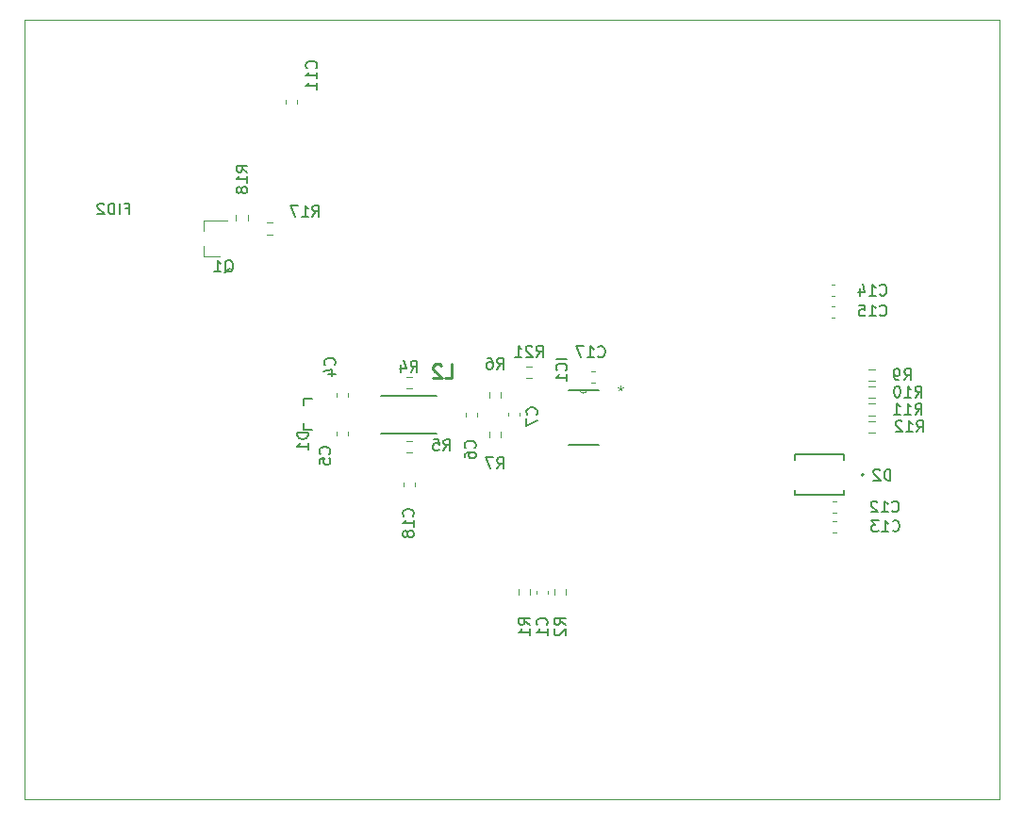
<source format=gbr>
%TF.GenerationSoftware,KiCad,Pcbnew,(5.1.8)-1*%
%TF.CreationDate,2020-12-02T11:58:54+01:00*%
%TF.ProjectId,Board,426f6172-642e-46b6-9963-61645f706362,rev?*%
%TF.SameCoordinates,PX253b400PY7a67730*%
%TF.FileFunction,Legend,Bot*%
%TF.FilePolarity,Positive*%
%FSLAX46Y46*%
G04 Gerber Fmt 4.6, Leading zero omitted, Abs format (unit mm)*
G04 Created by KiCad (PCBNEW (5.1.8)-1) date 2020-12-02 11:58:54*
%MOMM*%
%LPD*%
G01*
G04 APERTURE LIST*
%TA.AperFunction,Profile*%
%ADD10C,0.050000*%
%TD*%
%ADD11C,0.120000*%
%ADD12C,0.127000*%
%ADD13C,0.200000*%
%ADD14C,0.152400*%
%ADD15C,0.100000*%
%ADD16C,0.203200*%
%ADD17C,0.150000*%
%ADD18C,0.254000*%
%ADD19C,0.015000*%
G04 APERTURE END LIST*
D10*
X0Y70000000D02*
X0Y0D01*
X87500000Y70000000D02*
X0Y70000000D01*
X87500000Y0D02*
X87500000Y70000000D01*
X0Y0D02*
X87500000Y0D01*
D11*
X34000000Y28443767D02*
X34000000Y28151233D01*
X35020000Y28443767D02*
X35020000Y28151233D01*
X50888733Y37400000D02*
X51181267Y37400000D01*
X50888733Y38420000D02*
X51181267Y38420000D01*
X45528224Y37831500D02*
X45018776Y37831500D01*
X45528224Y38876500D02*
X45018776Y38876500D01*
X18967500Y51997776D02*
X18967500Y52507224D01*
X20012500Y51997776D02*
X20012500Y52507224D01*
X21752776Y51792500D02*
X22262224Y51792500D01*
X21752776Y50747500D02*
X22262224Y50747500D01*
X76314724Y32937500D02*
X75805276Y32937500D01*
X76314724Y33982500D02*
X75805276Y33982500D01*
X76314724Y34487500D02*
X75805276Y34487500D01*
X76314724Y35532500D02*
X75805276Y35532500D01*
X76314724Y36037500D02*
X75805276Y36037500D01*
X76314724Y37082500D02*
X75805276Y37082500D01*
X76314724Y37587500D02*
X75805276Y37587500D01*
X76314724Y38632500D02*
X75805276Y38632500D01*
X42771500Y33020724D02*
X42771500Y32511276D01*
X41726500Y33020724D02*
X41726500Y32511276D01*
X42771500Y36600224D02*
X42771500Y36090776D01*
X41726500Y36600224D02*
X41726500Y36090776D01*
X34792224Y31127500D02*
X34282776Y31127500D01*
X34792224Y32172500D02*
X34282776Y32172500D01*
X34747224Y36877500D02*
X34237776Y36877500D01*
X34747224Y37922500D02*
X34237776Y37922500D01*
X48572500Y18862224D02*
X48572500Y18352776D01*
X47527500Y18862224D02*
X47527500Y18352776D01*
X44317500Y18352776D02*
X44317500Y18862224D01*
X45362500Y18352776D02*
X45362500Y18862224D01*
X72458733Y44300000D02*
X72751267Y44300000D01*
X72458733Y43280000D02*
X72751267Y43280000D01*
X72458733Y46210000D02*
X72751267Y46210000D01*
X72458733Y45190000D02*
X72751267Y45190000D01*
X72581733Y24980000D02*
X72874267Y24980000D01*
X72581733Y23960000D02*
X72874267Y23960000D01*
X72874267Y25750000D02*
X72581733Y25750000D01*
X72874267Y26770000D02*
X72581733Y26770000D01*
X23420000Y62513733D02*
X23420000Y62806267D01*
X24440000Y62513733D02*
X24440000Y62806267D01*
X43430000Y34431233D02*
X43430000Y34723767D01*
X44450000Y34431233D02*
X44450000Y34723767D01*
X40600000Y34690267D02*
X40600000Y34397733D01*
X39580000Y34690267D02*
X39580000Y34397733D01*
X28020000Y32723733D02*
X28020000Y33016267D01*
X29040000Y32723733D02*
X29040000Y33016267D01*
X28000000Y36173733D02*
X28000000Y36466267D01*
X29020000Y36173733D02*
X29020000Y36466267D01*
X46960000Y18753767D02*
X46960000Y18461233D01*
X45940000Y18753767D02*
X45940000Y18461233D01*
D12*
X37002000Y36244000D02*
X32002000Y36244000D01*
X37002000Y32844000D02*
X32002000Y32844000D01*
D11*
X16050000Y48810000D02*
X17510000Y48810000D01*
X16050000Y51970000D02*
X18210000Y51970000D01*
X16050000Y51970000D02*
X16050000Y51040000D01*
X16050000Y48810000D02*
X16050000Y49740000D01*
D12*
X69140000Y27760000D02*
X69140000Y27327500D01*
X69140000Y30952500D02*
X69140000Y30520000D01*
X73540000Y27760000D02*
X73540000Y27327500D01*
X73540000Y30952500D02*
X73540000Y30520000D01*
X73540000Y27327500D02*
X69140000Y27327500D01*
X69140000Y30952500D02*
X73540000Y30952500D01*
D13*
X75340000Y29140000D02*
G75*
G03*
X75340000Y29140000I-100000J0D01*
G01*
D14*
X50478600Y36779200D02*
X51545400Y36779200D01*
X49869000Y36779200D02*
X50478600Y36779200D01*
X48802200Y36779200D02*
X49869000Y36779200D01*
X51545400Y31800800D02*
X48802200Y31800800D01*
D15*
X49869000Y36779200D02*
G75*
G03*
X50478600Y36779200I304800J0D01*
G01*
D16*
X25010000Y35410000D02*
X25010000Y36010000D01*
X25010000Y36010000D02*
X25810000Y36010000D01*
X25010000Y33810000D02*
X25010000Y33210000D01*
X25010000Y33210000D02*
X25810000Y33210000D01*
D17*
X9071428Y53071429D02*
X9404761Y53071429D01*
X9404761Y52547620D02*
X9404761Y53547620D01*
X8928571Y53547620D01*
X8547619Y52547620D02*
X8547619Y53547620D01*
X8071428Y52547620D02*
X8071428Y53547620D01*
X7833333Y53547620D01*
X7690476Y53500000D01*
X7595238Y53404762D01*
X7547619Y53309524D01*
X7500000Y53119048D01*
X7500000Y52976191D01*
X7547619Y52785715D01*
X7595238Y52690477D01*
X7690476Y52595239D01*
X7833333Y52547620D01*
X8071428Y52547620D01*
X7119047Y53452381D02*
X7071428Y53500000D01*
X6976190Y53547620D01*
X6738095Y53547620D01*
X6642857Y53500000D01*
X6595238Y53452381D01*
X6547619Y53357143D01*
X6547619Y53261905D01*
X6595238Y53119048D01*
X7166666Y52547620D01*
X6547619Y52547620D01*
X34857142Y25442858D02*
X34904761Y25490477D01*
X34952380Y25633334D01*
X34952380Y25728572D01*
X34904761Y25871429D01*
X34809523Y25966667D01*
X34714285Y26014286D01*
X34523809Y26061905D01*
X34380952Y26061905D01*
X34190476Y26014286D01*
X34095238Y25966667D01*
X34000000Y25871429D01*
X33952380Y25728572D01*
X33952380Y25633334D01*
X34000000Y25490477D01*
X34047619Y25442858D01*
X34952380Y24490477D02*
X34952380Y25061905D01*
X34952380Y24776191D02*
X33952380Y24776191D01*
X34095238Y24871429D01*
X34190476Y24966667D01*
X34238095Y25061905D01*
X34380952Y23919048D02*
X34333333Y24014286D01*
X34285714Y24061905D01*
X34190476Y24109524D01*
X34142857Y24109524D01*
X34047619Y24061905D01*
X34000000Y24014286D01*
X33952380Y23919048D01*
X33952380Y23728572D01*
X34000000Y23633334D01*
X34047619Y23585715D01*
X34142857Y23538096D01*
X34190476Y23538096D01*
X34285714Y23585715D01*
X34333333Y23633334D01*
X34380952Y23728572D01*
X34380952Y23919048D01*
X34428571Y24014286D01*
X34476190Y24061905D01*
X34571428Y24109524D01*
X34761904Y24109524D01*
X34857142Y24061905D01*
X34904761Y24014286D01*
X34952380Y23919048D01*
X34952380Y23728572D01*
X34904761Y23633334D01*
X34857142Y23585715D01*
X34761904Y23538096D01*
X34571428Y23538096D01*
X34476190Y23585715D01*
X34428571Y23633334D01*
X34380952Y23728572D01*
X51492857Y39792858D02*
X51540476Y39745239D01*
X51683333Y39697620D01*
X51778571Y39697620D01*
X51921428Y39745239D01*
X52016666Y39840477D01*
X52064285Y39935715D01*
X52111904Y40126191D01*
X52111904Y40269048D01*
X52064285Y40459524D01*
X52016666Y40554762D01*
X51921428Y40650000D01*
X51778571Y40697620D01*
X51683333Y40697620D01*
X51540476Y40650000D01*
X51492857Y40602381D01*
X50540476Y39697620D02*
X51111904Y39697620D01*
X50826190Y39697620D02*
X50826190Y40697620D01*
X50921428Y40554762D01*
X51016666Y40459524D01*
X51111904Y40411905D01*
X50207142Y40697620D02*
X49540476Y40697620D01*
X49969047Y39697620D01*
X45942857Y39747620D02*
X46276190Y40223810D01*
X46514285Y39747620D02*
X46514285Y40747620D01*
X46133333Y40747620D01*
X46038095Y40700000D01*
X45990476Y40652381D01*
X45942857Y40557143D01*
X45942857Y40414286D01*
X45990476Y40319048D01*
X46038095Y40271429D01*
X46133333Y40223810D01*
X46514285Y40223810D01*
X45561904Y40652381D02*
X45514285Y40700000D01*
X45419047Y40747620D01*
X45180952Y40747620D01*
X45085714Y40700000D01*
X45038095Y40652381D01*
X44990476Y40557143D01*
X44990476Y40461905D01*
X45038095Y40319048D01*
X45609523Y39747620D01*
X44990476Y39747620D01*
X44038095Y39747620D02*
X44609523Y39747620D01*
X44323809Y39747620D02*
X44323809Y40747620D01*
X44419047Y40604762D01*
X44514285Y40509524D01*
X44609523Y40461905D01*
X20002380Y56342858D02*
X19526190Y56676191D01*
X20002380Y56914286D02*
X19002380Y56914286D01*
X19002380Y56533334D01*
X19050000Y56438096D01*
X19097619Y56390477D01*
X19192857Y56342858D01*
X19335714Y56342858D01*
X19430952Y56390477D01*
X19478571Y56438096D01*
X19526190Y56533334D01*
X19526190Y56914286D01*
X20002380Y55390477D02*
X20002380Y55961905D01*
X20002380Y55676191D02*
X19002380Y55676191D01*
X19145238Y55771429D01*
X19240476Y55866667D01*
X19288095Y55961905D01*
X19430952Y54819048D02*
X19383333Y54914286D01*
X19335714Y54961905D01*
X19240476Y55009524D01*
X19192857Y55009524D01*
X19097619Y54961905D01*
X19050000Y54914286D01*
X19002380Y54819048D01*
X19002380Y54628572D01*
X19050000Y54533334D01*
X19097619Y54485715D01*
X19192857Y54438096D01*
X19240476Y54438096D01*
X19335714Y54485715D01*
X19383333Y54533334D01*
X19430952Y54628572D01*
X19430952Y54819048D01*
X19478571Y54914286D01*
X19526190Y54961905D01*
X19621428Y55009524D01*
X19811904Y55009524D01*
X19907142Y54961905D01*
X19954761Y54914286D01*
X20002380Y54819048D01*
X20002380Y54628572D01*
X19954761Y54533334D01*
X19907142Y54485715D01*
X19811904Y54438096D01*
X19621428Y54438096D01*
X19526190Y54485715D01*
X19478571Y54533334D01*
X19430952Y54628572D01*
X25842857Y52347620D02*
X26176190Y52823810D01*
X26414285Y52347620D02*
X26414285Y53347620D01*
X26033333Y53347620D01*
X25938095Y53300000D01*
X25890476Y53252381D01*
X25842857Y53157143D01*
X25842857Y53014286D01*
X25890476Y52919048D01*
X25938095Y52871429D01*
X26033333Y52823810D01*
X26414285Y52823810D01*
X24890476Y52347620D02*
X25461904Y52347620D01*
X25176190Y52347620D02*
X25176190Y53347620D01*
X25271428Y53204762D01*
X25366666Y53109524D01*
X25461904Y53061905D01*
X24557142Y53347620D02*
X23890476Y53347620D01*
X24319047Y52347620D01*
X80089857Y33007620D02*
X80423190Y33483810D01*
X80661285Y33007620D02*
X80661285Y34007620D01*
X80280333Y34007620D01*
X80185095Y33960000D01*
X80137476Y33912381D01*
X80089857Y33817143D01*
X80089857Y33674286D01*
X80137476Y33579048D01*
X80185095Y33531429D01*
X80280333Y33483810D01*
X80661285Y33483810D01*
X79137476Y33007620D02*
X79708904Y33007620D01*
X79423190Y33007620D02*
X79423190Y34007620D01*
X79518428Y33864762D01*
X79613666Y33769524D01*
X79708904Y33721905D01*
X78756523Y33912381D02*
X78708904Y33960000D01*
X78613666Y34007620D01*
X78375571Y34007620D01*
X78280333Y33960000D01*
X78232714Y33912381D01*
X78185095Y33817143D01*
X78185095Y33721905D01*
X78232714Y33579048D01*
X78804142Y33007620D01*
X78185095Y33007620D01*
X79962857Y34557620D02*
X80296190Y35033810D01*
X80534285Y34557620D02*
X80534285Y35557620D01*
X80153333Y35557620D01*
X80058095Y35510000D01*
X80010476Y35462381D01*
X79962857Y35367143D01*
X79962857Y35224286D01*
X80010476Y35129048D01*
X80058095Y35081429D01*
X80153333Y35033810D01*
X80534285Y35033810D01*
X79010476Y34557620D02*
X79581904Y34557620D01*
X79296190Y34557620D02*
X79296190Y35557620D01*
X79391428Y35414762D01*
X79486666Y35319524D01*
X79581904Y35271905D01*
X78058095Y34557620D02*
X78629523Y34557620D01*
X78343809Y34557620D02*
X78343809Y35557620D01*
X78439047Y35414762D01*
X78534285Y35319524D01*
X78629523Y35271905D01*
X79962857Y36107620D02*
X80296190Y36583810D01*
X80534285Y36107620D02*
X80534285Y37107620D01*
X80153333Y37107620D01*
X80058095Y37060000D01*
X80010476Y37012381D01*
X79962857Y36917143D01*
X79962857Y36774286D01*
X80010476Y36679048D01*
X80058095Y36631429D01*
X80153333Y36583810D01*
X80534285Y36583810D01*
X79010476Y36107620D02*
X79581904Y36107620D01*
X79296190Y36107620D02*
X79296190Y37107620D01*
X79391428Y36964762D01*
X79486666Y36869524D01*
X79581904Y36821905D01*
X78391428Y37107620D02*
X78296190Y37107620D01*
X78200952Y37060000D01*
X78153333Y37012381D01*
X78105714Y36917143D01*
X78058095Y36726667D01*
X78058095Y36488572D01*
X78105714Y36298096D01*
X78153333Y36202858D01*
X78200952Y36155239D01*
X78296190Y36107620D01*
X78391428Y36107620D01*
X78486666Y36155239D01*
X78534285Y36202858D01*
X78581904Y36298096D01*
X78629523Y36488572D01*
X78629523Y36726667D01*
X78581904Y36917143D01*
X78534285Y37012381D01*
X78486666Y37060000D01*
X78391428Y37107620D01*
X78978666Y37657620D02*
X79312000Y38133810D01*
X79550095Y37657620D02*
X79550095Y38657620D01*
X79169142Y38657620D01*
X79073904Y38610000D01*
X79026285Y38562381D01*
X78978666Y38467143D01*
X78978666Y38324286D01*
X79026285Y38229048D01*
X79073904Y38181429D01*
X79169142Y38133810D01*
X79550095Y38133810D01*
X78502476Y37657620D02*
X78312000Y37657620D01*
X78216761Y37705239D01*
X78169142Y37752858D01*
X78073904Y37895715D01*
X78026285Y38086191D01*
X78026285Y38467143D01*
X78073904Y38562381D01*
X78121523Y38610000D01*
X78216761Y38657620D01*
X78407238Y38657620D01*
X78502476Y38610000D01*
X78550095Y38562381D01*
X78597714Y38467143D01*
X78597714Y38229048D01*
X78550095Y38133810D01*
X78502476Y38086191D01*
X78407238Y38038572D01*
X78216761Y38038572D01*
X78121523Y38086191D01*
X78073904Y38133810D01*
X78026285Y38229048D01*
X42416666Y29697620D02*
X42750000Y30173810D01*
X42988095Y29697620D02*
X42988095Y30697620D01*
X42607142Y30697620D01*
X42511904Y30650000D01*
X42464285Y30602381D01*
X42416666Y30507143D01*
X42416666Y30364286D01*
X42464285Y30269048D01*
X42511904Y30221429D01*
X42607142Y30173810D01*
X42988095Y30173810D01*
X42083333Y30697620D02*
X41416666Y30697620D01*
X41845238Y29697620D01*
X42416666Y38647620D02*
X42750000Y39123810D01*
X42988095Y38647620D02*
X42988095Y39647620D01*
X42607142Y39647620D01*
X42511904Y39600000D01*
X42464285Y39552381D01*
X42416666Y39457143D01*
X42416666Y39314286D01*
X42464285Y39219048D01*
X42511904Y39171429D01*
X42607142Y39123810D01*
X42988095Y39123810D01*
X41559523Y39647620D02*
X41750000Y39647620D01*
X41845238Y39600000D01*
X41892857Y39552381D01*
X41988095Y39409524D01*
X42035714Y39219048D01*
X42035714Y38838096D01*
X41988095Y38742858D01*
X41940476Y38695239D01*
X41845238Y38647620D01*
X41654761Y38647620D01*
X41559523Y38695239D01*
X41511904Y38742858D01*
X41464285Y38838096D01*
X41464285Y39076191D01*
X41511904Y39171429D01*
X41559523Y39219048D01*
X41654761Y39266667D01*
X41845238Y39266667D01*
X41940476Y39219048D01*
X41988095Y39171429D01*
X42035714Y39076191D01*
X37616666Y31347620D02*
X37950000Y31823810D01*
X38188095Y31347620D02*
X38188095Y32347620D01*
X37807142Y32347620D01*
X37711904Y32300000D01*
X37664285Y32252381D01*
X37616666Y32157143D01*
X37616666Y32014286D01*
X37664285Y31919048D01*
X37711904Y31871429D01*
X37807142Y31823810D01*
X38188095Y31823810D01*
X36711904Y32347620D02*
X37188095Y32347620D01*
X37235714Y31871429D01*
X37188095Y31919048D01*
X37092857Y31966667D01*
X36854761Y31966667D01*
X36759523Y31919048D01*
X36711904Y31871429D01*
X36664285Y31776191D01*
X36664285Y31538096D01*
X36711904Y31442858D01*
X36759523Y31395239D01*
X36854761Y31347620D01*
X37092857Y31347620D01*
X37188095Y31395239D01*
X37235714Y31442858D01*
X34659166Y38377620D02*
X34992500Y38853810D01*
X35230595Y38377620D02*
X35230595Y39377620D01*
X34849642Y39377620D01*
X34754404Y39330000D01*
X34706785Y39282381D01*
X34659166Y39187143D01*
X34659166Y39044286D01*
X34706785Y38949048D01*
X34754404Y38901429D01*
X34849642Y38853810D01*
X35230595Y38853810D01*
X33802023Y39044286D02*
X33802023Y38377620D01*
X34040119Y39425239D02*
X34278214Y38710953D01*
X33659166Y38710953D01*
X48552380Y15666667D02*
X48076190Y16000000D01*
X48552380Y16238096D02*
X47552380Y16238096D01*
X47552380Y15857143D01*
X47600000Y15761905D01*
X47647619Y15714286D01*
X47742857Y15666667D01*
X47885714Y15666667D01*
X47980952Y15714286D01*
X48028571Y15761905D01*
X48076190Y15857143D01*
X48076190Y16238096D01*
X47647619Y15285715D02*
X47600000Y15238096D01*
X47552380Y15142858D01*
X47552380Y14904762D01*
X47600000Y14809524D01*
X47647619Y14761905D01*
X47742857Y14714286D01*
X47838095Y14714286D01*
X47980952Y14761905D01*
X48552380Y15333334D01*
X48552380Y14714286D01*
X45352380Y15666667D02*
X44876190Y16000000D01*
X45352380Y16238096D02*
X44352380Y16238096D01*
X44352380Y15857143D01*
X44400000Y15761905D01*
X44447619Y15714286D01*
X44542857Y15666667D01*
X44685714Y15666667D01*
X44780952Y15714286D01*
X44828571Y15761905D01*
X44876190Y15857143D01*
X44876190Y16238096D01*
X45352380Y14714286D02*
X45352380Y15285715D01*
X45352380Y15000000D02*
X44352380Y15000000D01*
X44495238Y15095239D01*
X44590476Y15190477D01*
X44638095Y15285715D01*
X76792857Y43492858D02*
X76840476Y43445239D01*
X76983333Y43397620D01*
X77078571Y43397620D01*
X77221428Y43445239D01*
X77316666Y43540477D01*
X77364285Y43635715D01*
X77411904Y43826191D01*
X77411904Y43969048D01*
X77364285Y44159524D01*
X77316666Y44254762D01*
X77221428Y44350000D01*
X77078571Y44397620D01*
X76983333Y44397620D01*
X76840476Y44350000D01*
X76792857Y44302381D01*
X75840476Y43397620D02*
X76411904Y43397620D01*
X76126190Y43397620D02*
X76126190Y44397620D01*
X76221428Y44254762D01*
X76316666Y44159524D01*
X76411904Y44111905D01*
X74935714Y44397620D02*
X75411904Y44397620D01*
X75459523Y43921429D01*
X75411904Y43969048D01*
X75316666Y44016667D01*
X75078571Y44016667D01*
X74983333Y43969048D01*
X74935714Y43921429D01*
X74888095Y43826191D01*
X74888095Y43588096D01*
X74935714Y43492858D01*
X74983333Y43445239D01*
X75078571Y43397620D01*
X75316666Y43397620D01*
X75411904Y43445239D01*
X75459523Y43492858D01*
X76792857Y45342858D02*
X76840476Y45295239D01*
X76983333Y45247620D01*
X77078571Y45247620D01*
X77221428Y45295239D01*
X77316666Y45390477D01*
X77364285Y45485715D01*
X77411904Y45676191D01*
X77411904Y45819048D01*
X77364285Y46009524D01*
X77316666Y46104762D01*
X77221428Y46200000D01*
X77078571Y46247620D01*
X76983333Y46247620D01*
X76840476Y46200000D01*
X76792857Y46152381D01*
X75840476Y45247620D02*
X76411904Y45247620D01*
X76126190Y45247620D02*
X76126190Y46247620D01*
X76221428Y46104762D01*
X76316666Y46009524D01*
X76411904Y45961905D01*
X74983333Y45914286D02*
X74983333Y45247620D01*
X75221428Y46295239D02*
X75459523Y45580953D01*
X74840476Y45580953D01*
X77942857Y24142858D02*
X77990476Y24095239D01*
X78133333Y24047620D01*
X78228571Y24047620D01*
X78371428Y24095239D01*
X78466666Y24190477D01*
X78514285Y24285715D01*
X78561904Y24476191D01*
X78561904Y24619048D01*
X78514285Y24809524D01*
X78466666Y24904762D01*
X78371428Y25000000D01*
X78228571Y25047620D01*
X78133333Y25047620D01*
X77990476Y25000000D01*
X77942857Y24952381D01*
X76990476Y24047620D02*
X77561904Y24047620D01*
X77276190Y24047620D02*
X77276190Y25047620D01*
X77371428Y24904762D01*
X77466666Y24809524D01*
X77561904Y24761905D01*
X76657142Y25047620D02*
X76038095Y25047620D01*
X76371428Y24666667D01*
X76228571Y24666667D01*
X76133333Y24619048D01*
X76085714Y24571429D01*
X76038095Y24476191D01*
X76038095Y24238096D01*
X76085714Y24142858D01*
X76133333Y24095239D01*
X76228571Y24047620D01*
X76514285Y24047620D01*
X76609523Y24095239D01*
X76657142Y24142858D01*
X77892857Y25892858D02*
X77940476Y25845239D01*
X78083333Y25797620D01*
X78178571Y25797620D01*
X78321428Y25845239D01*
X78416666Y25940477D01*
X78464285Y26035715D01*
X78511904Y26226191D01*
X78511904Y26369048D01*
X78464285Y26559524D01*
X78416666Y26654762D01*
X78321428Y26750000D01*
X78178571Y26797620D01*
X78083333Y26797620D01*
X77940476Y26750000D01*
X77892857Y26702381D01*
X76940476Y25797620D02*
X77511904Y25797620D01*
X77226190Y25797620D02*
X77226190Y26797620D01*
X77321428Y26654762D01*
X77416666Y26559524D01*
X77511904Y26511905D01*
X76559523Y26702381D02*
X76511904Y26750000D01*
X76416666Y26797620D01*
X76178571Y26797620D01*
X76083333Y26750000D01*
X76035714Y26702381D01*
X75988095Y26607143D01*
X75988095Y26511905D01*
X76035714Y26369048D01*
X76607142Y25797620D01*
X75988095Y25797620D01*
X26157142Y65692858D02*
X26204761Y65740477D01*
X26252380Y65883334D01*
X26252380Y65978572D01*
X26204761Y66121429D01*
X26109523Y66216667D01*
X26014285Y66264286D01*
X25823809Y66311905D01*
X25680952Y66311905D01*
X25490476Y66264286D01*
X25395238Y66216667D01*
X25300000Y66121429D01*
X25252380Y65978572D01*
X25252380Y65883334D01*
X25300000Y65740477D01*
X25347619Y65692858D01*
X26252380Y64740477D02*
X26252380Y65311905D01*
X26252380Y65026191D02*
X25252380Y65026191D01*
X25395238Y65121429D01*
X25490476Y65216667D01*
X25538095Y65311905D01*
X26252380Y63788096D02*
X26252380Y64359524D01*
X26252380Y64073810D02*
X25252380Y64073810D01*
X25395238Y64169048D01*
X25490476Y64264286D01*
X25538095Y64359524D01*
X45957142Y34566667D02*
X46004761Y34614286D01*
X46052380Y34757143D01*
X46052380Y34852381D01*
X46004761Y34995239D01*
X45909523Y35090477D01*
X45814285Y35138096D01*
X45623809Y35185715D01*
X45480952Y35185715D01*
X45290476Y35138096D01*
X45195238Y35090477D01*
X45100000Y34995239D01*
X45052380Y34852381D01*
X45052380Y34757143D01*
X45100000Y34614286D01*
X45147619Y34566667D01*
X45052380Y34233334D02*
X45052380Y33566667D01*
X46052380Y33995239D01*
X40407142Y31566667D02*
X40454761Y31614286D01*
X40502380Y31757143D01*
X40502380Y31852381D01*
X40454761Y31995239D01*
X40359523Y32090477D01*
X40264285Y32138096D01*
X40073809Y32185715D01*
X39930952Y32185715D01*
X39740476Y32138096D01*
X39645238Y32090477D01*
X39550000Y31995239D01*
X39502380Y31852381D01*
X39502380Y31757143D01*
X39550000Y31614286D01*
X39597619Y31566667D01*
X39502380Y30709524D02*
X39502380Y30900000D01*
X39550000Y30995239D01*
X39597619Y31042858D01*
X39740476Y31138096D01*
X39930952Y31185715D01*
X40311904Y31185715D01*
X40407142Y31138096D01*
X40454761Y31090477D01*
X40502380Y30995239D01*
X40502380Y30804762D01*
X40454761Y30709524D01*
X40407142Y30661905D01*
X40311904Y30614286D01*
X40073809Y30614286D01*
X39978571Y30661905D01*
X39930952Y30709524D01*
X39883333Y30804762D01*
X39883333Y30995239D01*
X39930952Y31090477D01*
X39978571Y31138096D01*
X40073809Y31185715D01*
X27357142Y31016667D02*
X27404761Y31064286D01*
X27452380Y31207143D01*
X27452380Y31302381D01*
X27404761Y31445239D01*
X27309523Y31540477D01*
X27214285Y31588096D01*
X27023809Y31635715D01*
X26880952Y31635715D01*
X26690476Y31588096D01*
X26595238Y31540477D01*
X26500000Y31445239D01*
X26452380Y31302381D01*
X26452380Y31207143D01*
X26500000Y31064286D01*
X26547619Y31016667D01*
X26452380Y30111905D02*
X26452380Y30588096D01*
X26928571Y30635715D01*
X26880952Y30588096D01*
X26833333Y30492858D01*
X26833333Y30254762D01*
X26880952Y30159524D01*
X26928571Y30111905D01*
X27023809Y30064286D01*
X27261904Y30064286D01*
X27357142Y30111905D01*
X27404761Y30159524D01*
X27452380Y30254762D01*
X27452380Y30492858D01*
X27404761Y30588096D01*
X27357142Y30635715D01*
X27807142Y39016667D02*
X27854761Y39064286D01*
X27902380Y39207143D01*
X27902380Y39302381D01*
X27854761Y39445239D01*
X27759523Y39540477D01*
X27664285Y39588096D01*
X27473809Y39635715D01*
X27330952Y39635715D01*
X27140476Y39588096D01*
X27045238Y39540477D01*
X26950000Y39445239D01*
X26902380Y39302381D01*
X26902380Y39207143D01*
X26950000Y39064286D01*
X26997619Y39016667D01*
X27235714Y38159524D02*
X27902380Y38159524D01*
X26854761Y38397620D02*
X27569047Y38635715D01*
X27569047Y38016667D01*
X46857142Y15666667D02*
X46904761Y15714286D01*
X46952380Y15857143D01*
X46952380Y15952381D01*
X46904761Y16095239D01*
X46809523Y16190477D01*
X46714285Y16238096D01*
X46523809Y16285715D01*
X46380952Y16285715D01*
X46190476Y16238096D01*
X46095238Y16190477D01*
X46000000Y16095239D01*
X45952380Y15952381D01*
X45952380Y15857143D01*
X46000000Y15714286D01*
X46047619Y15666667D01*
X46952380Y14714286D02*
X46952380Y15285715D01*
X46952380Y15000000D02*
X45952380Y15000000D01*
X46095238Y15095239D01*
X46190476Y15190477D01*
X46238095Y15285715D01*
D18*
X37761666Y37825477D02*
X38366428Y37825477D01*
X38366428Y39095477D01*
X37398809Y38974524D02*
X37338333Y39035000D01*
X37217380Y39095477D01*
X36915000Y39095477D01*
X36794047Y39035000D01*
X36733571Y38974524D01*
X36673095Y38853572D01*
X36673095Y38732620D01*
X36733571Y38551191D01*
X37459285Y37825477D01*
X36673095Y37825477D01*
D17*
X17945238Y47302381D02*
X18040476Y47350000D01*
X18135714Y47445239D01*
X18278571Y47588096D01*
X18373809Y47635715D01*
X18469047Y47635715D01*
X18421428Y47397620D02*
X18516666Y47445239D01*
X18611904Y47540477D01*
X18659523Y47730953D01*
X18659523Y48064286D01*
X18611904Y48254762D01*
X18516666Y48350000D01*
X18421428Y48397620D01*
X18230952Y48397620D01*
X18135714Y48350000D01*
X18040476Y48254762D01*
X17992857Y48064286D01*
X17992857Y47730953D01*
X18040476Y47540477D01*
X18135714Y47445239D01*
X18230952Y47397620D01*
X18421428Y47397620D01*
X17040476Y47397620D02*
X17611904Y47397620D01*
X17326190Y47397620D02*
X17326190Y48397620D01*
X17421428Y48254762D01*
X17516666Y48159524D01*
X17611904Y48111905D01*
X77738095Y28647620D02*
X77738095Y29647620D01*
X77500000Y29647620D01*
X77357142Y29600000D01*
X77261904Y29504762D01*
X77214285Y29409524D01*
X77166666Y29219048D01*
X77166666Y29076191D01*
X77214285Y28885715D01*
X77261904Y28790477D01*
X77357142Y28695239D01*
X77500000Y28647620D01*
X77738095Y28647620D01*
X76785714Y29552381D02*
X76738095Y29600000D01*
X76642857Y29647620D01*
X76404761Y29647620D01*
X76309523Y29600000D01*
X76261904Y29552381D01*
X76214285Y29457143D01*
X76214285Y29361905D01*
X76261904Y29219048D01*
X76833333Y28647620D01*
X76214285Y28647620D01*
X48702380Y39576191D02*
X47702380Y39576191D01*
X48607142Y38528572D02*
X48654761Y38576191D01*
X48702380Y38719048D01*
X48702380Y38814286D01*
X48654761Y38957143D01*
X48559523Y39052381D01*
X48464285Y39100000D01*
X48273809Y39147620D01*
X48130952Y39147620D01*
X47940476Y39100000D01*
X47845238Y39052381D01*
X47750000Y38957143D01*
X47702380Y38814286D01*
X47702380Y38719048D01*
X47750000Y38576191D01*
X47797619Y38528572D01*
X48702380Y37576191D02*
X48702380Y38147620D01*
X48702380Y37861905D02*
X47702380Y37861905D01*
X47845238Y37957143D01*
X47940476Y38052381D01*
X47988095Y38147620D01*
D19*
X53475800Y37174420D02*
X53475800Y36936324D01*
X53713895Y37031562D02*
X53475800Y36936324D01*
X53237704Y37031562D01*
X53618657Y36745848D02*
X53475800Y36936324D01*
X53332942Y36745848D01*
D17*
X25452380Y32938096D02*
X24452380Y32938096D01*
X24452380Y32700000D01*
X24500000Y32557143D01*
X24595238Y32461905D01*
X24690476Y32414286D01*
X24880952Y32366667D01*
X25023809Y32366667D01*
X25214285Y32414286D01*
X25309523Y32461905D01*
X25404761Y32557143D01*
X25452380Y32700000D01*
X25452380Y32938096D01*
X25452380Y31414286D02*
X25452380Y31985715D01*
X25452380Y31700000D02*
X24452380Y31700000D01*
X24595238Y31795239D01*
X24690476Y31890477D01*
X24738095Y31985715D01*
M02*

</source>
